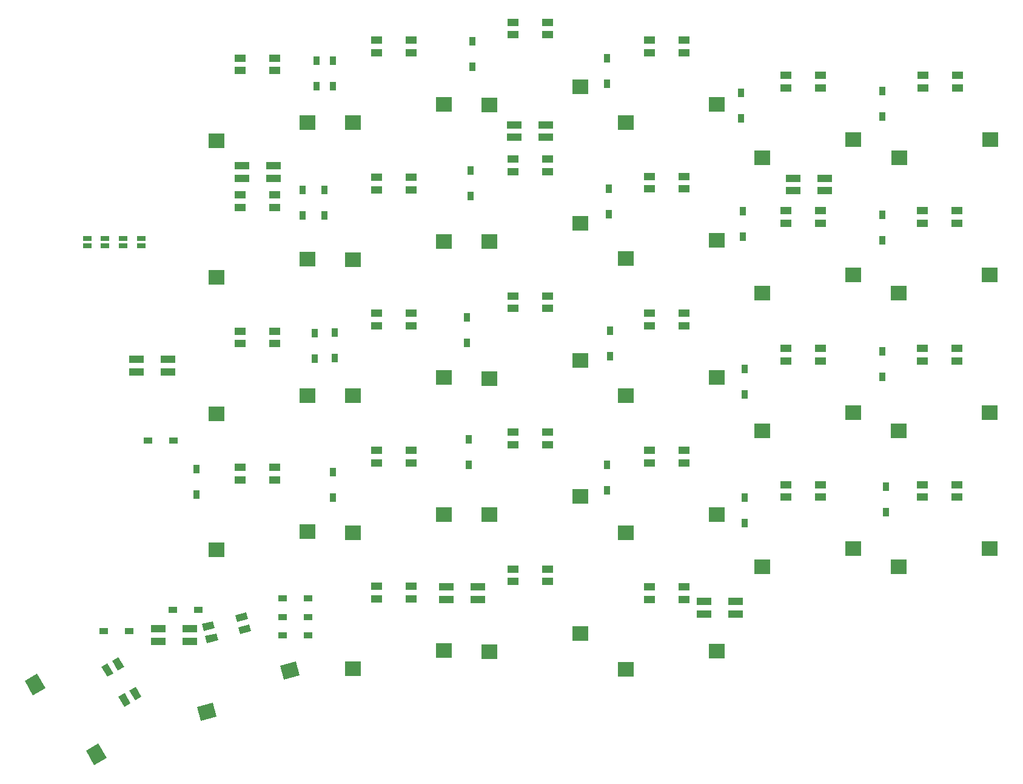
<source format=gbp>
G04 #@! TF.GenerationSoftware,KiCad,Pcbnew,(5.1.10-1-10_14)*
G04 #@! TF.CreationDate,2021-06-06T18:52:18-07:00*
G04 #@! TF.ProjectId,Soflyria,536f666c-7972-4696-912e-6b696361645f,rev?*
G04 #@! TF.SameCoordinates,Original*
G04 #@! TF.FileFunction,Paste,Bot*
G04 #@! TF.FilePolarity,Positive*
%FSLAX46Y46*%
G04 Gerber Fmt 4.6, Leading zero omitted, Abs format (unit mm)*
G04 Created by KiCad (PCBNEW (5.1.10-1-10_14)) date 2021-06-06 18:52:18*
%MOMM*%
%LPD*%
G01*
G04 APERTURE LIST*
%ADD10R,2.000000X1.000000*%
%ADD11R,1.600000X1.000000*%
%ADD12R,2.300000X2.000000*%
%ADD13R,1.300000X0.950000*%
%ADD14R,0.950000X1.300000*%
%ADD15C,0.100000*%
%ADD16R,1.143000X0.635000*%
G04 APERTURE END LIST*
D10*
X106650000Y-123255000D03*
X106650000Y-125005000D03*
X111050000Y-125005000D03*
X111050000Y-123255000D03*
X122700000Y-60375000D03*
X122700000Y-58625000D03*
X118300000Y-58625000D03*
X118300000Y-60375000D03*
X156300000Y-52915000D03*
X156300000Y-54665000D03*
X160700000Y-54665000D03*
X160700000Y-52915000D03*
X199700000Y-62125000D03*
X199700000Y-60375000D03*
X195300000Y-60375000D03*
X195300000Y-62125000D03*
X146883600Y-117387600D03*
X146883600Y-119137600D03*
X151283600Y-119137600D03*
X151283600Y-117387600D03*
X182850000Y-119445000D03*
X182850000Y-121195000D03*
X187250000Y-121195000D03*
X187250000Y-119445000D03*
X103550000Y-85625000D03*
X103550000Y-87375000D03*
X107950000Y-87375000D03*
X107950000Y-85625000D03*
D11*
X218200000Y-46025000D03*
X218200000Y-47775000D03*
X213400000Y-47775000D03*
X213400000Y-46025000D03*
D12*
X210100000Y-57520000D03*
X222800000Y-54980000D03*
X165600000Y-104770000D03*
X152900000Y-107310000D03*
D11*
X156200000Y-95815000D03*
X156200000Y-97565000D03*
X161000000Y-97565000D03*
X161000000Y-95815000D03*
D12*
X203700000Y-112080000D03*
X191000000Y-114620000D03*
D11*
X194300000Y-103125000D03*
X194300000Y-104875000D03*
X199100000Y-104875000D03*
X199100000Y-103125000D03*
D12*
X222700000Y-73880000D03*
X210000000Y-76420000D03*
D11*
X213300000Y-64925000D03*
X213300000Y-66675000D03*
X218100000Y-66675000D03*
X218100000Y-64925000D03*
D12*
X203700000Y-73880000D03*
X191000000Y-76420000D03*
D11*
X194300000Y-64925000D03*
X194300000Y-66675000D03*
X199100000Y-66675000D03*
X199100000Y-64925000D03*
D12*
X203700000Y-93080000D03*
X191000000Y-95620000D03*
D11*
X194300000Y-84125000D03*
X194300000Y-85875000D03*
X199100000Y-85875000D03*
X199100000Y-84125000D03*
D12*
X146500000Y-50080000D03*
X133800000Y-52620000D03*
D11*
X137100000Y-41125000D03*
X137100000Y-42875000D03*
X141900000Y-42875000D03*
X141900000Y-41125000D03*
D13*
X127580000Y-119020000D03*
X124030000Y-119020000D03*
X124000000Y-121600000D03*
X127550000Y-121600000D03*
X127550000Y-124200000D03*
X124000000Y-124200000D03*
X112199800Y-120624800D03*
X108649800Y-120624800D03*
X102575000Y-123600000D03*
X99025000Y-123600000D03*
X108775000Y-97000000D03*
X105225000Y-97000000D03*
D14*
X208200000Y-106950000D03*
X208200000Y-103400000D03*
X188500000Y-108525000D03*
X188500000Y-104975000D03*
X169250000Y-103925000D03*
X169250000Y-100375000D03*
X150000000Y-100340000D03*
X150000000Y-96790000D03*
X131000000Y-104950000D03*
X131000000Y-101400000D03*
X112000000Y-104525000D03*
X112000000Y-100975000D03*
X207750000Y-88050000D03*
X207750000Y-84500000D03*
X188500000Y-90550000D03*
X188500000Y-87000000D03*
X169725000Y-85200000D03*
X169725000Y-81650000D03*
X149750000Y-83340000D03*
X149750000Y-79790000D03*
X131250000Y-85450000D03*
X131250000Y-81900000D03*
X128500000Y-85550000D03*
X128500000Y-82000000D03*
X207750000Y-69050000D03*
X207750000Y-65500000D03*
X188250000Y-68550000D03*
X188250000Y-65000000D03*
X169500000Y-65425000D03*
X169500000Y-61875000D03*
X150250000Y-62840000D03*
X150250000Y-59290000D03*
X129800000Y-65575000D03*
X129800000Y-62025000D03*
X126800000Y-65550000D03*
X126800000Y-62000000D03*
X207750000Y-51800000D03*
X207750000Y-48250000D03*
X188000000Y-52025000D03*
X188000000Y-48475000D03*
X169250000Y-47200000D03*
X169250000Y-43650000D03*
X150500000Y-44815000D03*
X150500000Y-41265000D03*
X131000000Y-47555500D03*
X131000000Y-44005500D03*
X128750000Y-47550000D03*
X128750000Y-44000000D03*
D12*
X184600000Y-126380000D03*
X171900000Y-128920000D03*
D11*
X175200000Y-117425000D03*
X175200000Y-119175000D03*
X180000000Y-119175000D03*
X180000000Y-117425000D03*
D12*
X165600000Y-123870000D03*
X152900000Y-126410000D03*
D11*
X156200000Y-114915000D03*
X156200000Y-116665000D03*
X161000000Y-116665000D03*
X161000000Y-114915000D03*
D12*
X146500000Y-126280000D03*
X133800000Y-128820000D03*
D11*
X137100000Y-117325000D03*
X137100000Y-119075000D03*
X141900000Y-119075000D03*
X141900000Y-117325000D03*
D15*
G36*
X124177238Y-130343923D02*
G01*
X123659600Y-128412071D01*
X125881230Y-127816787D01*
X126398868Y-129748639D01*
X124177238Y-130343923D01*
G37*
G36*
X112567380Y-136084377D02*
G01*
X112049742Y-134152525D01*
X114271372Y-133557241D01*
X114789010Y-135489093D01*
X112567380Y-136084377D01*
G37*
G36*
X114275138Y-122173371D02*
G01*
X114533957Y-123139297D01*
X112988476Y-123553407D01*
X112729657Y-122587481D01*
X114275138Y-122173371D01*
G37*
G36*
X114728071Y-123863741D02*
G01*
X114986890Y-124829667D01*
X113441409Y-125243777D01*
X113182590Y-124277851D01*
X114728071Y-123863741D01*
G37*
G36*
X119364515Y-122621409D02*
G01*
X119623334Y-123587335D01*
X118077853Y-124001445D01*
X117819034Y-123035519D01*
X119364515Y-122621409D01*
G37*
G36*
X118911582Y-120931039D02*
G01*
X119170401Y-121896965D01*
X117624920Y-122311075D01*
X117366101Y-121345149D01*
X118911582Y-120931039D01*
G37*
G36*
X96534629Y-140256249D02*
G01*
X98266679Y-139256249D01*
X99416679Y-141248107D01*
X97684629Y-142248107D01*
X96534629Y-140256249D01*
G37*
G36*
X87984925Y-130527726D02*
G01*
X89716975Y-129527726D01*
X90866975Y-131519584D01*
X89134925Y-132519584D01*
X87984925Y-130527726D01*
G37*
G36*
X101863925Y-128576859D02*
G01*
X100997899Y-129076859D01*
X100197899Y-127691219D01*
X101063925Y-127191219D01*
X101863925Y-128576859D01*
G37*
G36*
X100348380Y-129451859D02*
G01*
X99482354Y-129951859D01*
X98682354Y-128566219D01*
X99548380Y-128066219D01*
X100348380Y-129451859D01*
G37*
G36*
X102748380Y-133608781D02*
G01*
X101882354Y-134108781D01*
X101082354Y-132723141D01*
X101948380Y-132223141D01*
X102748380Y-133608781D01*
G37*
G36*
X104263925Y-132733781D02*
G01*
X103397899Y-133233781D01*
X102597899Y-131848141D01*
X103463925Y-131348141D01*
X104263925Y-132733781D01*
G37*
D12*
X222750000Y-112080000D03*
X210050000Y-114620000D03*
D11*
X213350000Y-103125000D03*
X213350000Y-104875000D03*
X218150000Y-104875000D03*
X218150000Y-103125000D03*
D12*
X184600000Y-107280000D03*
X171900000Y-109820000D03*
D11*
X175200000Y-98325000D03*
X175200000Y-100075000D03*
X180000000Y-100075000D03*
X180000000Y-98325000D03*
D12*
X146500000Y-107280000D03*
X133800000Y-109820000D03*
D11*
X137100000Y-98325000D03*
X137100000Y-100075000D03*
X141900000Y-100075000D03*
X141900000Y-98325000D03*
D12*
X127500000Y-109680000D03*
X114800000Y-112220000D03*
D11*
X118100000Y-100725000D03*
X118100000Y-102475000D03*
X122900000Y-102475000D03*
X122900000Y-100725000D03*
D12*
X222700000Y-93080000D03*
X210000000Y-95620000D03*
D11*
X213300000Y-84125000D03*
X213300000Y-85875000D03*
X218100000Y-85875000D03*
X218100000Y-84125000D03*
D12*
X184600000Y-88180000D03*
X171900000Y-90720000D03*
D11*
X175200000Y-79225000D03*
X175200000Y-80975000D03*
X180000000Y-80975000D03*
X180000000Y-79225000D03*
D12*
X165600000Y-85770000D03*
X152900000Y-88310000D03*
D11*
X156200000Y-76815000D03*
X156200000Y-78565000D03*
X161000000Y-78565000D03*
X161000000Y-76815000D03*
D12*
X146500000Y-88180000D03*
X133800000Y-90720000D03*
D11*
X137100000Y-79225000D03*
X137100000Y-80975000D03*
X141900000Y-80975000D03*
X141900000Y-79225000D03*
D12*
X127500000Y-90680000D03*
X114800000Y-93220000D03*
D11*
X118100000Y-81725000D03*
X118100000Y-83475000D03*
X122900000Y-83475000D03*
X122900000Y-81725000D03*
D12*
X184600000Y-69080000D03*
X171900000Y-71620000D03*
D11*
X175200000Y-60125000D03*
X175200000Y-61875000D03*
X180000000Y-61875000D03*
X180000000Y-60125000D03*
D12*
X165600000Y-66670000D03*
X152900000Y-69210000D03*
D11*
X156200000Y-57715000D03*
X156200000Y-59465000D03*
X161000000Y-59465000D03*
X161000000Y-57715000D03*
D12*
X146500000Y-69180000D03*
X133800000Y-71720000D03*
D11*
X137100000Y-60225000D03*
X137100000Y-61975000D03*
X141900000Y-61975000D03*
X141900000Y-60225000D03*
D12*
X127500000Y-71680000D03*
X114800000Y-74220000D03*
D11*
X118100000Y-62725000D03*
X118100000Y-64475000D03*
X122900000Y-64475000D03*
X122900000Y-62725000D03*
D12*
X203700000Y-54980000D03*
X191000000Y-57520000D03*
D11*
X194300000Y-46025000D03*
X194300000Y-47775000D03*
X199100000Y-47775000D03*
X199100000Y-46025000D03*
D12*
X184600000Y-50080000D03*
X171900000Y-52620000D03*
D11*
X175200000Y-41125000D03*
X175200000Y-42875000D03*
X180000000Y-42875000D03*
X180000000Y-41125000D03*
D12*
X165600000Y-47580000D03*
X152900000Y-50120000D03*
D11*
X156200000Y-38625000D03*
X156200000Y-40375000D03*
X161000000Y-40375000D03*
X161000000Y-38625000D03*
D12*
X127500000Y-52580000D03*
X114800000Y-55120000D03*
D11*
X118100000Y-43625000D03*
X118100000Y-45375000D03*
X122900000Y-45375000D03*
X122900000Y-43625000D03*
D16*
X96700000Y-68799620D03*
X96700000Y-69800380D03*
X99200000Y-68799620D03*
X99200000Y-69800380D03*
X101700000Y-68799620D03*
X101700000Y-69800380D03*
X104300000Y-68799620D03*
X104300000Y-69800380D03*
M02*

</source>
